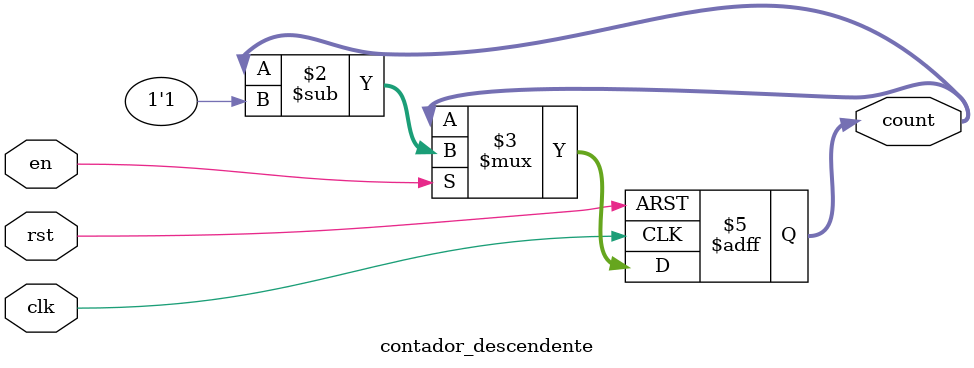
<source format=v>
module contador_descendente (
    input clk,
    input rst,
    input en,
    output reg [3:0] count
);

always @ (posedge clk or posedge rst) begin
    if (rst)
        count <= 4'b1111;
    else if (en)
        count <= count - 1'b1;
end

endmodule

</source>
